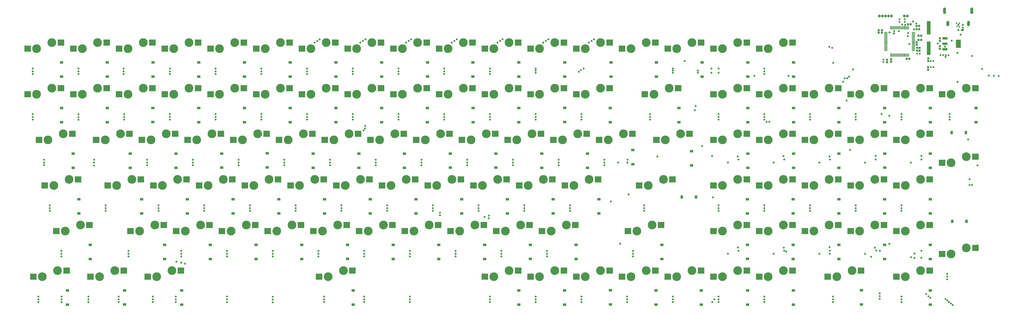
<source format=gbs>
G04*
G04 #@! TF.GenerationSoftware,Altium Limited,Altium Designer,18.1.7 (191)*
G04*
G04 Layer_Color=16711935*
%FSLAX25Y25*%
%MOIN*%
G70*
G01*
G75*
%ADD33R,0.03150X0.03150*%
%ADD39R,0.03150X0.03150*%
%ADD42R,0.03347X0.03504*%
%ADD47C,0.04528*%
%ADD48O,0.04921X0.10827*%
%ADD49O,0.04921X0.08858*%
%ADD50C,0.00591*%
%ADD51C,0.14370*%
%ADD52C,0.03291*%
%ADD53C,0.02591*%
%ADD54C,0.03591*%
%ADD79R,0.03504X0.03347*%
%ADD80R,0.04528X0.03347*%
%ADD81R,0.02953X0.03347*%
%ADD82R,0.01772X0.05315*%
%ADD83R,0.05315X0.01772*%
%ADD84R,0.05315X0.01772*%
%ADD85R,0.06496X0.22244*%
%ADD86R,0.08268X0.13189*%
%ADD87R,0.08268X0.04134*%
%ADD88R,0.10630X0.10433*%
%ADD89R,0.05315X0.04134*%
%ADD90R,0.04134X0.05315*%
D33*
X1417273Y419243D02*
D03*
Y423377D02*
D03*
X1443672Y489534D02*
D03*
Y485400D02*
D03*
X1452334Y489534D02*
D03*
Y485400D02*
D03*
D39*
X1515379Y430700D02*
D03*
X1511246D02*
D03*
X1519833Y430700D02*
D03*
X1523967D02*
D03*
X1495173Y420890D02*
D03*
X1499307D02*
D03*
X1495573Y411026D02*
D03*
X1499707D02*
D03*
X1472883Y432800D02*
D03*
X1477017D02*
D03*
D42*
X1475163Y462487D02*
D03*
X1479336D02*
D03*
X1475163Y455524D02*
D03*
X1479336D02*
D03*
X1472666Y442600D02*
D03*
X1476839D02*
D03*
X1472666Y437798D02*
D03*
X1476839D02*
D03*
X1471776Y473200D02*
D03*
X1475949D02*
D03*
X1471776Y478700D02*
D03*
X1475949D02*
D03*
X1455827Y424600D02*
D03*
X1460001D02*
D03*
X1461936Y481200D02*
D03*
X1457763D02*
D03*
D47*
X1456850Y494800D02*
D03*
X1451850D02*
D03*
X1410750D02*
D03*
X1415749D02*
D03*
X1420749D02*
D03*
X1425749D02*
D03*
X1430750D02*
D03*
D48*
X1517813Y503698D02*
D03*
X1562301D02*
D03*
D49*
X1523049Y482592D02*
D03*
X1557065D02*
D03*
D50*
X1607932Y417605D02*
D03*
X1588720D02*
D03*
X1009000Y383700D02*
D03*
X1103000D02*
D03*
X1009000Y323700D02*
D03*
X1103000D02*
D03*
X1056000Y356200D02*
D03*
X1356000Y56200D02*
D03*
X1403000Y23700D02*
D03*
X1309000D02*
D03*
X1403000Y83700D02*
D03*
X1309000D02*
D03*
X1028150Y131200D02*
D03*
X1075150Y98700D02*
D03*
X981150D02*
D03*
X1075150Y158700D02*
D03*
X981150D02*
D03*
X521625Y56200D02*
D03*
X324775Y83700D02*
D03*
X718475D02*
D03*
X324775Y23700D02*
D03*
X718475D02*
D03*
X1511000Y196700D02*
D03*
Y290700D02*
D03*
X1571000Y196700D02*
D03*
Y290700D02*
D03*
X1543500Y243700D02*
D03*
X1511000Y46700D02*
D03*
Y140700D02*
D03*
X1571000Y46700D02*
D03*
Y140700D02*
D03*
X1543500Y93700D02*
D03*
X999625Y233700D02*
D03*
X1093625D02*
D03*
X999625Y173700D02*
D03*
X1093625D02*
D03*
X1046625Y206200D02*
D03*
X43414Y158700D02*
D03*
X137414D02*
D03*
X43414Y98700D02*
D03*
X137414D02*
D03*
X90414Y131200D02*
D03*
X71625Y206200D02*
D03*
X62250Y281200D02*
D03*
X1074750D02*
D03*
X52913Y56200D02*
D03*
X146663D02*
D03*
X240413D02*
D03*
X43500Y431200D02*
D03*
X118500D02*
D03*
X193500D02*
D03*
X268500D02*
D03*
X343500D02*
D03*
X418500D02*
D03*
X493500D02*
D03*
X568500D02*
D03*
X643500D02*
D03*
X718500D02*
D03*
X793500D02*
D03*
X868500D02*
D03*
X943500D02*
D03*
X1018500D02*
D03*
X1093500D02*
D03*
X1168500D02*
D03*
X1243500D02*
D03*
X43500Y356200D02*
D03*
X118500D02*
D03*
X193500D02*
D03*
X268500D02*
D03*
X343500D02*
D03*
X418500D02*
D03*
X493500D02*
D03*
X568500D02*
D03*
X643500D02*
D03*
X718500D02*
D03*
X793500D02*
D03*
X868500D02*
D03*
X943500D02*
D03*
X1168500D02*
D03*
X1243500D02*
D03*
X1318500D02*
D03*
X1393500D02*
D03*
X1468500D02*
D03*
X1543500D02*
D03*
X156000Y281200D02*
D03*
X231000D02*
D03*
X306000D02*
D03*
X381000D02*
D03*
X456000D02*
D03*
X531000D02*
D03*
X606000D02*
D03*
X681000D02*
D03*
X756000D02*
D03*
X831000D02*
D03*
X906000D02*
D03*
X981000D02*
D03*
X1168500D02*
D03*
X1243500D02*
D03*
X1318500D02*
D03*
X1393500D02*
D03*
X1468500D02*
D03*
X174750Y206200D02*
D03*
X249750D02*
D03*
X474750D02*
D03*
X549750D02*
D03*
X624750D02*
D03*
X699750D02*
D03*
X774750D02*
D03*
X849750D02*
D03*
X924750D02*
D03*
X1168500D02*
D03*
X1243500D02*
D03*
X1318500D02*
D03*
X1393500D02*
D03*
X1468500D02*
D03*
X324750D02*
D03*
X399750D02*
D03*
X212300Y131200D02*
D03*
X287300D02*
D03*
X362300D02*
D03*
X437300D02*
D03*
X512300D02*
D03*
X587300D02*
D03*
X662300D02*
D03*
X737300D02*
D03*
X812300D02*
D03*
X887300D02*
D03*
X1168500D02*
D03*
X1243500D02*
D03*
X1318500D02*
D03*
X1393500D02*
D03*
X1468500D02*
D03*
X793500Y56200D02*
D03*
X943500D02*
D03*
X1018500D02*
D03*
X1093500D02*
D03*
X1168500D02*
D03*
X1243500D02*
D03*
X1468500D02*
D03*
X868500D02*
D03*
X1294500Y413100D02*
D03*
X21300Y490300D02*
D03*
X14600Y14300D02*
D03*
X1576900Y15600D02*
D03*
D51*
X1066000Y376200D02*
D03*
X1041000Y366200D02*
D03*
X1341000Y66200D02*
D03*
X1366000Y76200D02*
D03*
X1013150Y141200D02*
D03*
X1038150Y151200D02*
D03*
X531625Y76200D02*
D03*
X506625Y66200D02*
D03*
X1528500Y253700D02*
D03*
X1553500Y263700D02*
D03*
X1528500Y103700D02*
D03*
X1553500Y113700D02*
D03*
X1056625Y226200D02*
D03*
X1031625Y216200D02*
D03*
X100414Y151200D02*
D03*
X75414Y141200D02*
D03*
X81625Y226200D02*
D03*
X56625Y216200D02*
D03*
X72250Y301200D02*
D03*
X47250Y291200D02*
D03*
X1084750Y301200D02*
D03*
X1059750Y291200D02*
D03*
X37913Y66200D02*
D03*
X62913Y76200D02*
D03*
X156663D02*
D03*
X131663Y66200D02*
D03*
X225413D02*
D03*
X250413Y76200D02*
D03*
X53500Y451200D02*
D03*
X28500Y441200D02*
D03*
X128500Y451200D02*
D03*
X103500Y441200D02*
D03*
X203500Y451200D02*
D03*
X178500Y441200D02*
D03*
X278500Y451200D02*
D03*
X253500Y441200D02*
D03*
X353500Y451200D02*
D03*
X328500Y441200D02*
D03*
X428500Y451200D02*
D03*
X403500Y441200D02*
D03*
X503500Y451200D02*
D03*
X478500Y441200D02*
D03*
X578500Y451200D02*
D03*
X553500Y441200D02*
D03*
X653500Y451200D02*
D03*
X628500Y441200D02*
D03*
X728500Y451200D02*
D03*
X703500Y441200D02*
D03*
X803500Y451200D02*
D03*
X778500Y441200D02*
D03*
X878500Y451200D02*
D03*
X853500Y441200D02*
D03*
X953500Y451200D02*
D03*
X928500Y441200D02*
D03*
X1028500Y451200D02*
D03*
X1003500Y441200D02*
D03*
X1103500Y451200D02*
D03*
X1078500Y441200D02*
D03*
X1178500Y451200D02*
D03*
X1153500Y441200D02*
D03*
X1253500Y451200D02*
D03*
X1228500Y441200D02*
D03*
X53500Y376200D02*
D03*
X28500Y366200D02*
D03*
X128500Y376200D02*
D03*
X103500Y366200D02*
D03*
X203500Y376200D02*
D03*
X178500Y366200D02*
D03*
X278500Y376200D02*
D03*
X253500Y366200D02*
D03*
X353500Y376200D02*
D03*
X328500Y366200D02*
D03*
X428500Y376200D02*
D03*
X403500Y366200D02*
D03*
X503500Y376200D02*
D03*
X478500Y366200D02*
D03*
X578500Y376200D02*
D03*
X553500Y366200D02*
D03*
X653500Y376200D02*
D03*
X628500Y366200D02*
D03*
X728500Y376200D02*
D03*
X703500Y366200D02*
D03*
X803500Y376200D02*
D03*
X778500Y366200D02*
D03*
X878500Y376200D02*
D03*
X853500Y366200D02*
D03*
X953500Y376200D02*
D03*
X928500Y366200D02*
D03*
X1178500Y376200D02*
D03*
X1153500Y366200D02*
D03*
X1253500Y376200D02*
D03*
X1228500Y366200D02*
D03*
X1328500Y376200D02*
D03*
X1303500Y366200D02*
D03*
X1403500Y376200D02*
D03*
X1378500Y366200D02*
D03*
X1478500Y376200D02*
D03*
X1453500Y366200D02*
D03*
X1553500Y376200D02*
D03*
X1528500Y366200D02*
D03*
X166000Y301200D02*
D03*
X141000Y291200D02*
D03*
X241000Y301200D02*
D03*
X216000Y291200D02*
D03*
X316000Y301200D02*
D03*
X291000Y291200D02*
D03*
X391000Y301200D02*
D03*
X366000Y291200D02*
D03*
X466000Y301200D02*
D03*
X441000Y291200D02*
D03*
X541000Y301200D02*
D03*
X516000Y291200D02*
D03*
X616000Y301200D02*
D03*
X591000Y291200D02*
D03*
X691000Y301200D02*
D03*
X666000Y291200D02*
D03*
X766000Y301200D02*
D03*
X741000Y291200D02*
D03*
X841000Y301200D02*
D03*
X816000Y291200D02*
D03*
X916000Y301200D02*
D03*
X891000Y291200D02*
D03*
X991000Y301200D02*
D03*
X966000Y291200D02*
D03*
X1178500Y301200D02*
D03*
X1153500Y291200D02*
D03*
X1253500Y301200D02*
D03*
X1228500Y291200D02*
D03*
X1328500Y301200D02*
D03*
X1303500Y291200D02*
D03*
X1403500Y301200D02*
D03*
X1378500Y291200D02*
D03*
X1478500Y301200D02*
D03*
X1453500Y291200D02*
D03*
X184750Y226200D02*
D03*
X159750Y216200D02*
D03*
X259750Y226200D02*
D03*
X234750Y216200D02*
D03*
X484750Y226200D02*
D03*
X459750Y216200D02*
D03*
X559750Y226200D02*
D03*
X534750Y216200D02*
D03*
X634750Y226200D02*
D03*
X609750Y216200D02*
D03*
X709750Y226200D02*
D03*
X684750Y216200D02*
D03*
X784750Y226200D02*
D03*
X759750Y216200D02*
D03*
X859750Y226200D02*
D03*
X834750Y216200D02*
D03*
X934750Y226200D02*
D03*
X909750Y216200D02*
D03*
X1178500Y226200D02*
D03*
X1153500Y216200D02*
D03*
X1253500Y226200D02*
D03*
X1228500Y216200D02*
D03*
X1328500Y226200D02*
D03*
X1303500Y216200D02*
D03*
X1403500Y226200D02*
D03*
X1378500Y216200D02*
D03*
X1478500Y226200D02*
D03*
X1453500Y216200D02*
D03*
X334750Y226200D02*
D03*
X309750Y216200D02*
D03*
X409750Y226200D02*
D03*
X384750Y216200D02*
D03*
X222300Y151200D02*
D03*
X197300Y141200D02*
D03*
X297300Y151200D02*
D03*
X272300Y141200D02*
D03*
X372300Y151200D02*
D03*
X347300Y141200D02*
D03*
X447300Y151200D02*
D03*
X422300Y141200D02*
D03*
X522300Y151200D02*
D03*
X497300Y141200D02*
D03*
X597300Y151200D02*
D03*
X572300Y141200D02*
D03*
X672300Y151200D02*
D03*
X647300Y141200D02*
D03*
X747300Y151200D02*
D03*
X722300Y141200D02*
D03*
X822300Y151200D02*
D03*
X797300Y141200D02*
D03*
X897300Y151200D02*
D03*
X872300Y141200D02*
D03*
X1178500Y151200D02*
D03*
X1153500Y141200D02*
D03*
X1253500Y151200D02*
D03*
X1228500Y141200D02*
D03*
X1328500Y151200D02*
D03*
X1303500Y141200D02*
D03*
X1403500Y151200D02*
D03*
X1378500Y141200D02*
D03*
X1478500Y151200D02*
D03*
X1453500Y141200D02*
D03*
X803500Y76200D02*
D03*
X778500Y66200D02*
D03*
X953500Y76200D02*
D03*
X928500Y66200D02*
D03*
X1028500Y76200D02*
D03*
X1003500Y66200D02*
D03*
X1103500Y76200D02*
D03*
X1078500Y66200D02*
D03*
X1178500Y76200D02*
D03*
X1153500Y66200D02*
D03*
X1253500Y76200D02*
D03*
X1228500Y66200D02*
D03*
X1478500Y76200D02*
D03*
X1453500Y66200D02*
D03*
X878500Y76200D02*
D03*
X853500Y66200D02*
D03*
D52*
X1563200Y429300D02*
D03*
X1519500Y427463D02*
D03*
X1538751Y434400D02*
D03*
X1506700Y449700D02*
D03*
X1471549Y482600D02*
D03*
X1529400Y454314D02*
D03*
X1518300Y444700D02*
D03*
X1457450Y461900D02*
D03*
X1606300Y396200D02*
D03*
X1590452Y396971D02*
D03*
X1598600Y396495D02*
D03*
X1579323Y408100D02*
D03*
X1539100Y386500D02*
D03*
X1351300Y387100D02*
D03*
X1135289Y408598D02*
D03*
X1147100Y401700D02*
D03*
X1178500Y264035D02*
D03*
X1178700Y114300D02*
D03*
X22100Y399498D02*
D03*
X40850Y249800D02*
D03*
X22100Y324498D02*
D03*
X69014Y99498D02*
D03*
X69288Y24498D02*
D03*
X50225Y174498D02*
D03*
X31513Y24498D02*
D03*
X1113000Y405200D02*
D03*
X1179700Y258900D02*
D03*
Y108900D02*
D03*
X40850Y254048D02*
D03*
X22100Y404048D02*
D03*
Y329048D02*
D03*
X69014Y104048D02*
D03*
X69288Y29048D02*
D03*
X50225Y179048D02*
D03*
X31513Y29048D02*
D03*
X1147100Y408598D02*
D03*
X1135289Y401700D02*
D03*
X1113000D02*
D03*
X1162400Y253800D02*
D03*
Y103800D02*
D03*
X40850Y258598D02*
D03*
X22100Y408598D02*
D03*
Y333598D02*
D03*
X69014Y108598D02*
D03*
X69288Y33598D02*
D03*
X50225Y183598D02*
D03*
X31513Y33598D02*
D03*
X1253400Y264600D02*
D03*
X1222100Y399498D02*
D03*
X1254100Y114000D02*
D03*
X97100Y399498D02*
D03*
X122871Y249100D02*
D03*
X97100Y324200D02*
D03*
X179171Y99498D02*
D03*
X141621Y174498D02*
D03*
X163038Y24498D02*
D03*
X113534D02*
D03*
X1254700Y258900D02*
D03*
X1222100Y404048D02*
D03*
X1254700Y108900D02*
D03*
X141621Y179048D02*
D03*
X97100Y404048D02*
D03*
X122871Y254000D02*
D03*
X97100Y328750D02*
D03*
X179171Y104048D02*
D03*
X163038Y29048D02*
D03*
X113534D02*
D03*
X1222100Y408598D02*
D03*
X1237400Y253800D02*
D03*
X1258200Y107500D02*
D03*
X1237400Y103800D02*
D03*
X122871Y258700D02*
D03*
X141621Y183598D02*
D03*
X97100Y408598D02*
D03*
Y333300D02*
D03*
X179171Y108598D02*
D03*
X163038Y33598D02*
D03*
X113534D02*
D03*
X1329200Y264100D02*
D03*
X1329100Y115100D02*
D03*
X265900Y99498D02*
D03*
X209600Y249498D02*
D03*
X171100Y399498D02*
D03*
X172100Y324498D02*
D03*
X257900Y91000D02*
D03*
X256788Y24498D02*
D03*
X228350Y174498D02*
D03*
X219013Y24498D02*
D03*
X1329700Y258900D02*
D03*
Y108900D02*
D03*
X209600Y254048D02*
D03*
X171100Y404048D02*
D03*
X172100Y329048D02*
D03*
X265900Y104048D02*
D03*
X265700Y89400D02*
D03*
X256788Y29048D02*
D03*
X228350Y179048D02*
D03*
X219013Y29048D02*
D03*
X1312400Y253800D02*
D03*
X1329500Y103800D02*
D03*
X1312400D02*
D03*
X209600Y258598D02*
D03*
X171100Y408598D02*
D03*
X172100Y333598D02*
D03*
X265900Y108598D02*
D03*
X271600Y87600D02*
D03*
X256788Y33598D02*
D03*
X228350Y183598D02*
D03*
X219013Y33598D02*
D03*
X1404700Y265000D02*
D03*
X1403400Y114100D02*
D03*
X1411400Y29500D02*
D03*
X1397400Y99000D02*
D03*
X247100Y399498D02*
D03*
Y324498D02*
D03*
X340900Y99498D02*
D03*
Y24200D02*
D03*
X284600Y249498D02*
D03*
X303350Y174498D02*
D03*
X1404700Y258900D02*
D03*
X1411800Y108900D02*
D03*
X1531000Y19700D02*
D03*
X1405800Y109200D02*
D03*
X1411400Y34400D02*
D03*
X284600Y254048D02*
D03*
X247100Y404048D02*
D03*
Y329048D02*
D03*
X340900Y104048D02*
D03*
Y28950D02*
D03*
X303350Y179048D02*
D03*
X1387400Y253800D02*
D03*
X1528100Y22200D02*
D03*
X1387400Y103800D02*
D03*
X1411400Y39000D02*
D03*
X284600Y258598D02*
D03*
X247100Y408598D02*
D03*
Y333598D02*
D03*
X340900Y108598D02*
D03*
Y33500D02*
D03*
X303350Y183598D02*
D03*
X1479700Y258900D02*
D03*
X1522300Y27200D02*
D03*
X1491529Y34000D02*
D03*
X1479700Y108900D02*
D03*
X1479800Y97300D02*
D03*
X359600Y254048D02*
D03*
X322100Y404048D02*
D03*
Y329048D02*
D03*
X415900Y104048D02*
D03*
Y28750D02*
D03*
X378350Y179048D02*
D03*
X1462400Y253800D02*
D03*
X1494529Y31300D02*
D03*
X1519400Y29700D02*
D03*
X1462700Y98200D02*
D03*
X359600Y258598D02*
D03*
X322100Y408598D02*
D03*
Y333598D02*
D03*
X415900Y33300D02*
D03*
X378350Y183598D02*
D03*
X415900Y108598D02*
D03*
X1147100Y333598D02*
D03*
Y183598D02*
D03*
Y33598D02*
D03*
X434600Y258598D02*
D03*
X397100Y408598D02*
D03*
Y333598D02*
D03*
X500225Y33598D02*
D03*
X453350Y183598D02*
D03*
X490900Y108598D02*
D03*
X1147100Y329048D02*
D03*
Y179048D02*
D03*
Y29048D02*
D03*
X1140100Y29100D02*
D03*
X434600Y254048D02*
D03*
X397100Y404048D02*
D03*
Y329048D02*
D03*
X490900Y104048D02*
D03*
X500225Y29048D02*
D03*
X453350Y179048D02*
D03*
X1147100Y324498D02*
D03*
Y174498D02*
D03*
Y24498D02*
D03*
X1136700Y24700D02*
D03*
X397100Y399498D02*
D03*
Y324498D02*
D03*
X490900Y99498D02*
D03*
X500225Y24498D02*
D03*
X434600Y249498D02*
D03*
X453350Y174498D02*
D03*
X1447950Y481100D02*
D03*
X1367650Y407300D02*
D03*
X1335250Y417800D02*
D03*
X1360999Y395150D02*
D03*
X1458210Y466911D02*
D03*
X1547850Y475525D02*
D03*
X1466050Y486100D02*
D03*
X1460250Y448800D02*
D03*
X1453203Y480400D02*
D03*
X1442650Y469800D02*
D03*
X1435050Y470300D02*
D03*
X1467650Y473100D02*
D03*
X1543950Y464400D02*
D03*
X1333350Y442750D02*
D03*
X1328850Y444326D02*
D03*
X1357950Y392500D02*
D03*
X1354150D02*
D03*
X1046700Y264100D02*
D03*
X1562900Y217300D02*
D03*
X1558800Y217000D02*
D03*
X1427100Y331000D02*
D03*
X1414300Y333500D02*
D03*
X567300Y314400D02*
D03*
X1525200Y24700D02*
D03*
X1556400Y292100D02*
D03*
X1479800Y264900D02*
D03*
X1487600Y37800D02*
D03*
X1468500Y104300D02*
D03*
Y96800D02*
D03*
X640900Y24498D02*
D03*
Y29048D02*
D03*
Y33598D02*
D03*
X565900Y24498D02*
D03*
Y29048D02*
D03*
Y33598D02*
D03*
X415900Y24000D02*
D03*
X1526100Y324500D02*
D03*
Y329048D02*
D03*
Y333598D02*
D03*
X1225800Y321000D02*
D03*
X1222100Y329048D02*
D03*
Y179048D02*
D03*
Y29048D02*
D03*
X488700Y453900D02*
D03*
X472100Y404048D02*
D03*
Y329048D02*
D03*
X565900Y104048D02*
D03*
X509600Y254048D02*
D03*
X528350Y179048D02*
D03*
X1222100Y324498D02*
D03*
Y174498D02*
D03*
Y24498D02*
D03*
X492900Y456600D02*
D03*
X472100Y399498D02*
D03*
Y324498D02*
D03*
X565900Y99498D02*
D03*
X509600Y249498D02*
D03*
X528350Y174498D02*
D03*
X1297100Y333598D02*
D03*
Y183598D02*
D03*
X640900Y108598D02*
D03*
X559500Y451200D02*
D03*
X547100Y408598D02*
D03*
Y333598D02*
D03*
X603350Y183598D02*
D03*
X584600Y258598D02*
D03*
X1297100Y329048D02*
D03*
Y179048D02*
D03*
X640900Y104048D02*
D03*
X563700Y453900D02*
D03*
X547100Y404100D02*
D03*
X584600Y254048D02*
D03*
X603350Y179048D02*
D03*
X567200Y310000D02*
D03*
X547100Y329048D02*
D03*
X1297100Y324498D02*
D03*
Y174498D02*
D03*
X640900Y99498D02*
D03*
X567900Y456600D02*
D03*
X547100Y399498D02*
D03*
X603350Y174498D02*
D03*
X564700Y306800D02*
D03*
X547100Y324498D02*
D03*
X584600Y249498D02*
D03*
X1372100Y333598D02*
D03*
Y183598D02*
D03*
X1334600Y33598D02*
D03*
X634500Y451200D02*
D03*
X622100Y408598D02*
D03*
Y333598D02*
D03*
X715900Y108598D02*
D03*
X772100Y33598D02*
D03*
X659600Y258598D02*
D03*
X690174Y171774D02*
D03*
X678350Y183598D02*
D03*
X1571600Y249300D02*
D03*
X1522100Y66548D02*
D03*
X922100Y29048D02*
D03*
X788700Y453900D02*
D03*
X772100Y404048D02*
D03*
Y329048D02*
D03*
X865900Y104048D02*
D03*
X809600Y254048D02*
D03*
X828350Y179048D02*
D03*
X1522100Y71098D02*
D03*
X922100Y33598D02*
D03*
X784500Y451200D02*
D03*
X772100Y408598D02*
D03*
Y333598D02*
D03*
X865900Y108598D02*
D03*
X809600Y258598D02*
D03*
X828350Y183598D02*
D03*
X1447100Y324600D02*
D03*
Y174498D02*
D03*
Y24498D02*
D03*
X847100D02*
D03*
X717900Y456600D02*
D03*
X697100Y399498D02*
D03*
Y324498D02*
D03*
X790900Y99498D02*
D03*
X734600Y249498D02*
D03*
X763340Y164540D02*
D03*
X753350Y174498D02*
D03*
X1447100Y329048D02*
D03*
Y179048D02*
D03*
Y29048D02*
D03*
X847100D02*
D03*
X713700Y453900D02*
D03*
X697100Y404048D02*
D03*
Y329048D02*
D03*
X790900Y104048D02*
D03*
X734600Y254048D02*
D03*
X753350Y179048D02*
D03*
X770099Y162299D02*
D03*
X1447100Y333598D02*
D03*
Y183598D02*
D03*
Y33598D02*
D03*
X847100D02*
D03*
X709500Y451200D02*
D03*
X697100Y408598D02*
D03*
Y333598D02*
D03*
X770300Y166500D02*
D03*
X790900Y108598D02*
D03*
X734600Y258598D02*
D03*
X753350Y183598D02*
D03*
X1372100Y324498D02*
D03*
Y174498D02*
D03*
X1334600Y24498D02*
D03*
X772100D02*
D03*
X642900Y456600D02*
D03*
X622100Y399498D02*
D03*
Y324498D02*
D03*
X715900Y99498D02*
D03*
X659600Y249498D02*
D03*
X678350Y174498D02*
D03*
X1372100Y329048D02*
D03*
Y179048D02*
D03*
X1334600Y29048D02*
D03*
X638700Y453900D02*
D03*
X622100Y404048D02*
D03*
Y329048D02*
D03*
X715900Y104048D02*
D03*
X772100Y29048D02*
D03*
X659600Y254048D02*
D03*
X690200Y167300D02*
D03*
X678350Y179048D02*
D03*
X1522100Y61998D02*
D03*
X1558800Y226700D02*
D03*
X921200Y406000D02*
D03*
X925605Y408500D02*
D03*
X917800Y403200D02*
D03*
X1091400Y420800D02*
D03*
X1072100Y405200D02*
D03*
Y408598D02*
D03*
Y401700D02*
D03*
X847200D02*
D03*
X922100Y24498D02*
D03*
X865900Y99498D02*
D03*
X792900Y456600D02*
D03*
X772100Y399498D02*
D03*
X809600Y249498D02*
D03*
X828350Y174498D02*
D03*
X772100Y324498D02*
D03*
X1136300Y264700D02*
D03*
X1137600Y196600D02*
D03*
X1230300Y320900D02*
D03*
X1427000Y120200D02*
D03*
X1120200Y280800D02*
D03*
X1108100Y340100D02*
D03*
X1109400Y347000D02*
D03*
X847200Y405200D02*
D03*
X982355Y254048D02*
D03*
X959600D02*
D03*
X997500Y254100D02*
D03*
X997600Y258700D02*
D03*
X903350Y179048D02*
D03*
Y183598D02*
D03*
X1072100Y33598D02*
D03*
Y24498D02*
D03*
Y29048D02*
D03*
X1006750Y104048D02*
D03*
Y99498D02*
D03*
Y108598D02*
D03*
X1261700Y396500D02*
D03*
X1205893D02*
D03*
X999300Y201600D02*
D03*
X970300Y189900D02*
D03*
X985900Y120700D02*
D03*
X1362700Y274900D02*
D03*
X1357100Y355800D02*
D03*
X322100Y399498D02*
D03*
X472100Y408598D02*
D03*
X847200D02*
D03*
X484500Y451200D02*
D03*
X867900Y456600D02*
D03*
X863700Y453900D02*
D03*
X859500Y451200D02*
D03*
X934500D02*
D03*
X938700Y453900D02*
D03*
X942900Y456600D02*
D03*
X1222100Y333598D02*
D03*
Y183598D02*
D03*
Y33598D02*
D03*
X1034600Y333598D02*
D03*
Y329048D02*
D03*
Y324498D02*
D03*
X959600Y258598D02*
D03*
Y249498D02*
D03*
X1025225Y183598D02*
D03*
Y179048D02*
D03*
Y174498D02*
D03*
X997100Y33598D02*
D03*
Y29048D02*
D03*
Y24498D02*
D03*
X903350Y174498D02*
D03*
X884600Y258598D02*
D03*
Y254048D02*
D03*
Y249498D02*
D03*
X922100Y333598D02*
D03*
Y329048D02*
D03*
Y324498D02*
D03*
X847100Y333598D02*
D03*
Y329048D02*
D03*
Y324498D02*
D03*
X472100Y333598D02*
D03*
X509600Y258598D02*
D03*
X528350Y183598D02*
D03*
X565900Y108598D02*
D03*
X415900Y99498D02*
D03*
X378350Y174498D02*
D03*
X359600Y249498D02*
D03*
X322100Y324498D02*
D03*
D53*
X1538117Y477600D02*
D03*
X1542033Y476800D02*
D03*
X1542117Y483100D02*
D03*
X1537417Y483284D02*
D03*
D54*
X1434850Y466400D02*
D03*
X1427450Y467941D02*
D03*
D79*
X1491100Y420989D02*
D03*
Y425162D02*
D03*
X1490600Y410927D02*
D03*
Y406754D02*
D03*
X1510118Y458271D02*
D03*
Y454098D02*
D03*
Y445287D02*
D03*
Y441113D02*
D03*
X1429949Y419927D02*
D03*
Y424100D02*
D03*
X1471950Y451687D02*
D03*
Y447513D02*
D03*
X1409849Y471687D02*
D03*
Y467513D02*
D03*
X1423434Y418913D02*
D03*
Y423087D02*
D03*
X1414950Y471698D02*
D03*
Y467524D02*
D03*
D80*
X1546954Y471882D02*
D03*
D81*
X1540261D02*
D03*
Y480150D02*
D03*
X1547742D02*
D03*
D82*
X1458813Y475738D02*
D03*
X1456845D02*
D03*
X1454876D02*
D03*
X1452908D02*
D03*
X1450939D02*
D03*
X1448971D02*
D03*
X1447002D02*
D03*
X1445034D02*
D03*
X1443065D02*
D03*
X1441097D02*
D03*
X1439128D02*
D03*
X1437160D02*
D03*
X1435191D02*
D03*
X1433223D02*
D03*
X1431254D02*
D03*
X1429286D02*
D03*
Y430462D02*
D03*
X1431254D02*
D03*
X1433223D02*
D03*
X1435191D02*
D03*
X1437160D02*
D03*
X1439128D02*
D03*
X1441097D02*
D03*
X1443065D02*
D03*
X1445034D02*
D03*
X1447002D02*
D03*
X1448971D02*
D03*
X1450939D02*
D03*
X1452908D02*
D03*
X1454876D02*
D03*
X1456845D02*
D03*
X1458813D02*
D03*
D83*
X1421412Y467864D02*
D03*
Y465895D02*
D03*
Y463927D02*
D03*
Y461958D02*
D03*
Y459990D02*
D03*
Y458021D02*
D03*
Y456053D02*
D03*
Y454084D02*
D03*
Y452116D02*
D03*
Y450147D02*
D03*
Y448179D02*
D03*
Y446210D02*
D03*
Y444242D02*
D03*
Y442273D02*
D03*
Y440305D02*
D03*
Y438336D02*
D03*
D84*
X1466687D02*
D03*
Y440305D02*
D03*
Y442273D02*
D03*
Y444242D02*
D03*
Y446210D02*
D03*
Y448179D02*
D03*
Y450147D02*
D03*
Y452116D02*
D03*
Y467864D02*
D03*
Y465895D02*
D03*
Y463927D02*
D03*
Y461958D02*
D03*
Y459990D02*
D03*
Y458021D02*
D03*
Y456053D02*
D03*
Y454084D02*
D03*
D85*
X1491650Y475532D02*
D03*
Y442068D02*
D03*
D86*
X1540540Y449200D02*
D03*
D87*
X1518296Y458255D02*
D03*
Y449200D02*
D03*
Y440145D02*
D03*
D88*
X1026236Y366200D02*
D03*
X1080764Y376200D02*
D03*
X1380764Y76200D02*
D03*
X1326236Y66200D02*
D03*
X1052914Y151200D02*
D03*
X998386Y141200D02*
D03*
X491861Y66200D02*
D03*
X546389Y76200D02*
D03*
X1568264Y263700D02*
D03*
X1513736Y253700D02*
D03*
X1568264Y113700D02*
D03*
X1513736Y103700D02*
D03*
X1016861Y216200D02*
D03*
X1071389Y226200D02*
D03*
X60650Y141200D02*
D03*
X115178Y151200D02*
D03*
X41861Y216200D02*
D03*
X96389Y226200D02*
D03*
X32486Y291200D02*
D03*
X87014Y301200D02*
D03*
X1044986Y291200D02*
D03*
X1099514Y301200D02*
D03*
X77677Y76200D02*
D03*
X23149Y66200D02*
D03*
X116899D02*
D03*
X171427Y76200D02*
D03*
X265177D02*
D03*
X210649Y66200D02*
D03*
X13736Y441200D02*
D03*
X68264Y451200D02*
D03*
X88736Y441200D02*
D03*
X143264Y451200D02*
D03*
X163736Y441200D02*
D03*
X218264Y451200D02*
D03*
X238736Y441200D02*
D03*
X293264Y451200D02*
D03*
X313736Y441200D02*
D03*
X368264Y451200D02*
D03*
X388736Y441200D02*
D03*
X443264Y451200D02*
D03*
X463736Y441200D02*
D03*
X518264Y451200D02*
D03*
X538736Y441200D02*
D03*
X593264Y451200D02*
D03*
X613736Y441200D02*
D03*
X668264Y451200D02*
D03*
X688736Y441200D02*
D03*
X743264Y451200D02*
D03*
X763736Y441200D02*
D03*
X818264Y451200D02*
D03*
X838736Y441200D02*
D03*
X893264Y451200D02*
D03*
X913736Y441200D02*
D03*
X968264Y451200D02*
D03*
X988736Y441200D02*
D03*
X1043264Y451200D02*
D03*
X1063736Y441200D02*
D03*
X1118264Y451200D02*
D03*
X1138736Y441200D02*
D03*
X1193264Y451200D02*
D03*
X1213736Y441200D02*
D03*
X1268264Y451200D02*
D03*
X13736Y366200D02*
D03*
X68264Y376200D02*
D03*
X88736Y366200D02*
D03*
X143264Y376200D02*
D03*
X163736Y366200D02*
D03*
X218264Y376200D02*
D03*
X238736Y366200D02*
D03*
X293264Y376200D02*
D03*
X313736Y366200D02*
D03*
X368264Y376200D02*
D03*
X388736Y366200D02*
D03*
X443264Y376200D02*
D03*
X463736Y366200D02*
D03*
X518264Y376200D02*
D03*
X538736Y366200D02*
D03*
X593264Y376200D02*
D03*
X613736Y366200D02*
D03*
X668264Y376200D02*
D03*
X688736Y366200D02*
D03*
X743264Y376200D02*
D03*
X763736Y366200D02*
D03*
X818264Y376200D02*
D03*
X838736Y366200D02*
D03*
X893264Y376200D02*
D03*
X913736Y366200D02*
D03*
X968264Y376200D02*
D03*
X1138736Y366200D02*
D03*
X1193264Y376200D02*
D03*
X1213736Y366200D02*
D03*
X1268264Y376200D02*
D03*
X1288736Y366200D02*
D03*
X1343264Y376200D02*
D03*
X1363736Y366200D02*
D03*
X1418264Y376200D02*
D03*
X1438736Y366200D02*
D03*
X1493264Y376200D02*
D03*
X1513736Y366200D02*
D03*
X1568264Y376200D02*
D03*
X126236Y291200D02*
D03*
X180764Y301200D02*
D03*
X201236Y291200D02*
D03*
X255764Y301200D02*
D03*
X276236Y291200D02*
D03*
X330764Y301200D02*
D03*
X351236Y291200D02*
D03*
X405764Y301200D02*
D03*
X426236Y291200D02*
D03*
X480764Y301200D02*
D03*
X501236Y291200D02*
D03*
X555764Y301200D02*
D03*
X576236Y291200D02*
D03*
X630764Y301200D02*
D03*
X651236Y291200D02*
D03*
X705764Y301200D02*
D03*
X726236Y291200D02*
D03*
X780764Y301200D02*
D03*
X801236Y291200D02*
D03*
X855764Y301200D02*
D03*
X876236Y291200D02*
D03*
X930764Y301200D02*
D03*
X951236Y291200D02*
D03*
X1005764Y301200D02*
D03*
X1138736Y291200D02*
D03*
X1193264Y301200D02*
D03*
X1213736Y291200D02*
D03*
X1268264Y301200D02*
D03*
X1288736Y291200D02*
D03*
X1343264Y301200D02*
D03*
X1363736Y291200D02*
D03*
X1418264Y301200D02*
D03*
X1438736Y291200D02*
D03*
X1493264Y301200D02*
D03*
X144986Y216200D02*
D03*
X199514Y226200D02*
D03*
X219986Y216200D02*
D03*
X274514Y226200D02*
D03*
X444986Y216200D02*
D03*
X499514Y226200D02*
D03*
X519986Y216200D02*
D03*
X574514Y226200D02*
D03*
X594986Y216200D02*
D03*
X649514Y226200D02*
D03*
X669986Y216200D02*
D03*
X724514Y226200D02*
D03*
X744986Y216200D02*
D03*
X799514Y226200D02*
D03*
X819986Y216200D02*
D03*
X874514Y226200D02*
D03*
X894986Y216200D02*
D03*
X949514Y226200D02*
D03*
X1138736Y216200D02*
D03*
X1193264Y226200D02*
D03*
X1213736Y216200D02*
D03*
X1268264Y226200D02*
D03*
X1288736Y216200D02*
D03*
X1343264Y226200D02*
D03*
X1363736Y216200D02*
D03*
X1418264Y226200D02*
D03*
X1438736Y216200D02*
D03*
X1493264Y226200D02*
D03*
X294986Y216200D02*
D03*
X349514Y226200D02*
D03*
X369986Y216200D02*
D03*
X424514Y226200D02*
D03*
X182536Y141200D02*
D03*
X237064Y151200D02*
D03*
X257536Y141200D02*
D03*
X312064Y151200D02*
D03*
X332536Y141200D02*
D03*
X387064Y151200D02*
D03*
X407536Y141200D02*
D03*
X462064Y151200D02*
D03*
X482536Y141200D02*
D03*
X537064Y151200D02*
D03*
X557536Y141200D02*
D03*
X612064Y151200D02*
D03*
X632536Y141200D02*
D03*
X687064Y151200D02*
D03*
X707536Y141200D02*
D03*
X762064Y151200D02*
D03*
X782536Y141200D02*
D03*
X837064Y151200D02*
D03*
X857536Y141200D02*
D03*
X912064Y151200D02*
D03*
X1138736Y141200D02*
D03*
X1193264Y151200D02*
D03*
X1213736Y141200D02*
D03*
X1268264Y151200D02*
D03*
X1288736Y141200D02*
D03*
X1343264Y151200D02*
D03*
X1363736Y141200D02*
D03*
X1418264Y151200D02*
D03*
X1438736Y141200D02*
D03*
X1493264Y151200D02*
D03*
X763736Y66200D02*
D03*
X818264Y76200D02*
D03*
X913736Y66200D02*
D03*
X968264Y76200D02*
D03*
X988736Y66200D02*
D03*
X1043264Y76200D02*
D03*
X1063736Y66200D02*
D03*
X1118264Y76200D02*
D03*
X1138736Y66200D02*
D03*
X1193264Y76200D02*
D03*
X1213736Y66200D02*
D03*
X1268264Y76200D02*
D03*
X1438736Y66200D02*
D03*
X1493264Y76200D02*
D03*
X838736Y66200D02*
D03*
X893264Y76200D02*
D03*
D89*
X69529Y395372D02*
D03*
Y418600D02*
D03*
X144529D02*
D03*
Y395372D02*
D03*
X219400Y395286D02*
D03*
Y418514D02*
D03*
X294529Y418600D02*
D03*
Y395372D02*
D03*
X369529D02*
D03*
Y418600D02*
D03*
X444529D02*
D03*
Y395372D02*
D03*
X519529D02*
D03*
Y418600D02*
D03*
X594529D02*
D03*
Y395372D02*
D03*
X669800Y395486D02*
D03*
Y418714D02*
D03*
X744200Y418514D02*
D03*
Y395286D02*
D03*
X819529Y395372D02*
D03*
Y418600D02*
D03*
X894800Y418514D02*
D03*
Y395286D02*
D03*
X970600D02*
D03*
Y418514D02*
D03*
X1045079Y418600D02*
D03*
Y395372D02*
D03*
X1120079D02*
D03*
Y418600D02*
D03*
X1195079D02*
D03*
Y395372D02*
D03*
X1270079D02*
D03*
Y418600D02*
D03*
X69529Y343600D02*
D03*
Y320372D02*
D03*
X144529D02*
D03*
Y343600D02*
D03*
X219200Y343714D02*
D03*
Y320486D02*
D03*
X294529Y320372D02*
D03*
Y343600D02*
D03*
X369529D02*
D03*
Y320372D02*
D03*
X444529D02*
D03*
Y343600D02*
D03*
X519529D02*
D03*
Y320372D02*
D03*
X594529D02*
D03*
Y343600D02*
D03*
X669529D02*
D03*
Y320372D02*
D03*
X744529D02*
D03*
Y343600D02*
D03*
X819529D02*
D03*
Y320372D02*
D03*
X894800Y320686D02*
D03*
Y343914D02*
D03*
X969529Y343600D02*
D03*
Y320372D02*
D03*
X1082029D02*
D03*
Y343600D02*
D03*
X1195079D02*
D03*
Y320372D02*
D03*
X1270079D02*
D03*
Y343600D02*
D03*
X1344529D02*
D03*
Y320372D02*
D03*
X1419529D02*
D03*
Y343600D02*
D03*
X1494529D02*
D03*
Y320372D02*
D03*
X1569529D02*
D03*
Y343600D02*
D03*
X88279Y268600D02*
D03*
Y245372D02*
D03*
X182029D02*
D03*
Y268600D02*
D03*
X257029D02*
D03*
Y245372D02*
D03*
X332100Y245486D02*
D03*
Y268714D02*
D03*
X406900Y269214D02*
D03*
Y245986D02*
D03*
X482029Y245372D02*
D03*
Y268600D02*
D03*
X557029D02*
D03*
Y245372D02*
D03*
X631800Y245386D02*
D03*
Y268614D02*
D03*
X707100Y268714D02*
D03*
Y245486D02*
D03*
X781800D02*
D03*
Y268714D02*
D03*
X857000Y268614D02*
D03*
Y245386D02*
D03*
X932029Y245372D02*
D03*
Y268600D02*
D03*
X1006400Y274614D02*
D03*
Y251386D02*
D03*
X1102900Y249386D02*
D03*
Y272614D02*
D03*
X1195079Y268600D02*
D03*
Y245372D02*
D03*
X1270079D02*
D03*
Y268600D02*
D03*
X1344529D02*
D03*
Y245372D02*
D03*
X1419600Y245486D02*
D03*
Y268714D02*
D03*
X1494529Y268600D02*
D03*
Y245372D02*
D03*
X97654Y193600D02*
D03*
Y170372D02*
D03*
X200779D02*
D03*
Y193600D02*
D03*
X275779D02*
D03*
Y170372D02*
D03*
X350779D02*
D03*
Y193600D02*
D03*
X425779D02*
D03*
Y170372D02*
D03*
X500779D02*
D03*
Y193600D02*
D03*
X575779D02*
D03*
Y170372D02*
D03*
X650779D02*
D03*
Y193600D02*
D03*
X725779D02*
D03*
Y170372D02*
D03*
X800779D02*
D03*
Y193600D02*
D03*
X875779D02*
D03*
Y170372D02*
D03*
X950779D02*
D03*
Y193600D02*
D03*
X1194529Y170372D02*
D03*
Y193600D02*
D03*
X1269529D02*
D03*
Y170372D02*
D03*
X1344529D02*
D03*
Y193600D02*
D03*
X1419529D02*
D03*
Y170372D02*
D03*
X1494529D02*
D03*
Y193600D02*
D03*
X116443Y118600D02*
D03*
Y95372D02*
D03*
X238329D02*
D03*
Y118600D02*
D03*
X313329D02*
D03*
Y95372D02*
D03*
X388329D02*
D03*
Y118600D02*
D03*
X463329D02*
D03*
Y95372D02*
D03*
X538400Y95486D02*
D03*
Y118714D02*
D03*
X613500Y118514D02*
D03*
Y95286D02*
D03*
X688200D02*
D03*
Y118514D02*
D03*
X763329Y118600D02*
D03*
Y95372D02*
D03*
X838300Y95486D02*
D03*
Y118714D02*
D03*
X913329Y118600D02*
D03*
Y95372D02*
D03*
X1054179D02*
D03*
Y118600D02*
D03*
X1194500Y118714D02*
D03*
Y95486D02*
D03*
X1269529Y95372D02*
D03*
Y118600D02*
D03*
X1344529D02*
D03*
Y95372D02*
D03*
X1419529D02*
D03*
Y118600D02*
D03*
X1494529D02*
D03*
Y95372D02*
D03*
X78942Y43600D02*
D03*
Y20372D02*
D03*
X172700Y20486D02*
D03*
Y43714D02*
D03*
X266441Y43600D02*
D03*
Y20372D02*
D03*
X547654D02*
D03*
Y43600D02*
D03*
X819529D02*
D03*
Y20372D02*
D03*
X894529D02*
D03*
Y43600D02*
D03*
X969800Y43814D02*
D03*
Y20586D02*
D03*
X1044529Y20372D02*
D03*
Y43600D02*
D03*
X1118900Y43614D02*
D03*
Y20386D02*
D03*
X1194600D02*
D03*
Y43614D02*
D03*
X1269600D02*
D03*
Y20386D02*
D03*
X1381300Y20686D02*
D03*
Y43914D02*
D03*
X1494529Y43600D02*
D03*
Y20372D02*
D03*
D90*
X1552714Y303400D02*
D03*
X1529486D02*
D03*
X1086886Y197300D02*
D03*
X1110114D02*
D03*
X1553614Y157300D02*
D03*
X1530386D02*
D03*
M02*

</source>
